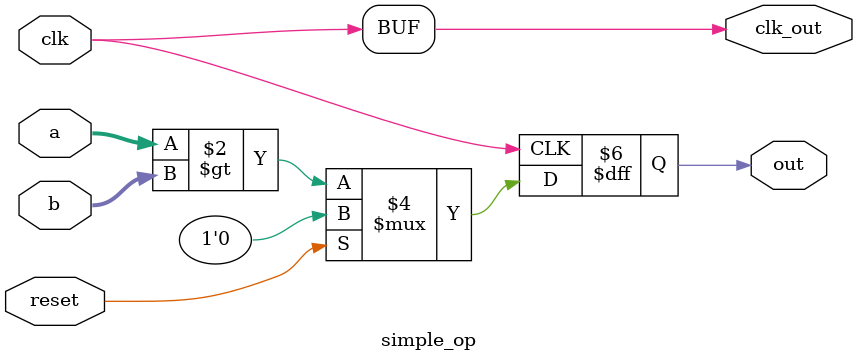
<source format=v>
module simple_op(
    clk,
    reset,
    a,
    b,    
    out,
    clk_out
    );

    input   clk;
    input   reset;
    input   [1:0] a,b;

    output  out;
    output  clk_out;

    assign clk_out = clk;

    always @(posedge clk)
    begin
        case(reset)
            1'b0:       out <= (a > b);
            default:    out <= 1'b0;
        endcase
    end
endmodule
</source>
